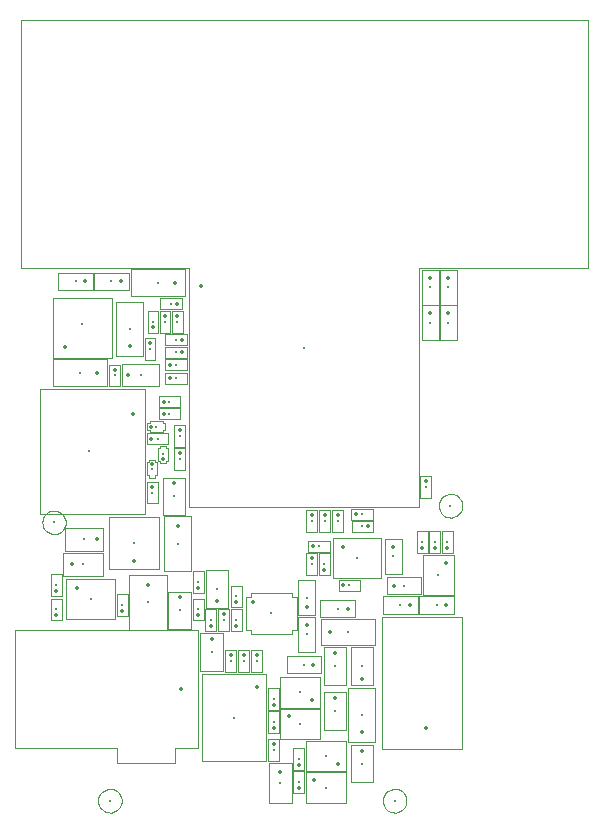
<source format=gbr>
%TF.GenerationSoftware,KiCad,Pcbnew,9.0.5-9.0.5~ubuntu24.04.1*%
%TF.CreationDate,2025-10-22T20:59:43+02:00*%
%TF.ProjectId,MCM-LIN,4d434d2d-4c49-44e2-9e6b-696361645f70,rev?*%
%TF.SameCoordinates,Original*%
%TF.FileFunction,Component,L1,Top*%
%TF.FilePolarity,Positive*%
%FSLAX46Y46*%
G04 Gerber Fmt 4.6, Leading zero omitted, Abs format (unit mm)*
G04 Created by KiCad (PCBNEW 9.0.5-9.0.5~ubuntu24.04.1) date 2025-10-22 20:59:43*
%MOMM*%
%LPD*%
G01*
G04 APERTURE LIST*
%TA.AperFunction,ComponentMain*%
%ADD10C,0.300000*%
%TD*%
%TA.AperFunction,ComponentOutline,Courtyard*%
%ADD11C,0.100000*%
%TD*%
%TA.AperFunction,ComponentPin*%
%ADD12P,0.360000X4X0.000000*%
%TD*%
%TA.AperFunction,ComponentPin*%
%ADD13C,0.100000*%
%TD*%
%TA.AperFunction,ComponentOutline,Footprint*%
%ADD14C,0.100000*%
%TD*%
G04 APERTURE END LIST*
D10*
%TO.C,D4*%
%TO.CFtp,D_SOD-323*%
%TO.CVal,MM3Z3V0ST1G*%
%TO.CLbN,Diode_SMD*%
%TO.CMnt,SMD*%
%TO.CRot,90*%
X74500000Y-72325000D03*
D11*
X75445000Y-70730000D02*
X75445000Y-73920000D01*
X73555000Y-73920000D01*
X73555000Y-70730000D01*
X75445000Y-70730000D01*
D12*
%TO.P,D4,1,K*%
X74500000Y-73375000D03*
D13*
%TO.P,D4,2,A*%
X74500000Y-71275000D03*
%TD*%
D10*
%TO.C,C25*%
%TO.CFtp,C_0603_1608Metric*%
%TO.CVal,100nF*%
%TO.CLbN,Capacitor_SMD*%
%TO.CMnt,SMD*%
%TO.CRot,180*%
X81875000Y-78750000D03*
D11*
X83350000Y-78025000D02*
X83350000Y-79475000D01*
X80400000Y-79475000D01*
X80400000Y-78025000D01*
X83350000Y-78025000D01*
D12*
%TO.P,C25,1*%
X82650000Y-78750000D03*
D13*
%TO.P,C25,2*%
X81100000Y-78750000D03*
%TD*%
D10*
%TO.C,R4*%
%TO.CFtp,R_0402_1005Metric*%
%TO.CVal,54k9*%
%TO.CLbN,Resistor_SMD*%
%TO.CMnt,SMD*%
%TO.CRot,90*%
X60921200Y-71973200D03*
D11*
X61386200Y-71048200D02*
X61386200Y-72898200D01*
X60456200Y-72898200D01*
X60456200Y-71048200D01*
X61386200Y-71048200D01*
D12*
%TO.P,R4,1*%
X60921200Y-72483200D03*
D13*
%TO.P,R4,2*%
X60921200Y-71463200D03*
%TD*%
D10*
%TO.C,J1*%
%TO.CFtp,USB_C_Receptacle_GCT_USB4105-xx-A_16P_TopMnt_Horizontal*%
%TO.CVal,USB4105-GF-A*%
%TO.CLbN,Connector_USB*%
%TO.CMnt,SMD*%
%TO.CRot,-90*%
X63700000Y-60700000D03*
D11*
X68455000Y-55385000D02*
X68455000Y-66015000D01*
X59525000Y-66015000D01*
X59525000Y-55385000D01*
X68455000Y-55385000D01*
D12*
%TO.P,J1,A1,GND*%
X67380000Y-57500000D03*
D13*
%TO.P,J1,*%
X66305000Y-57810000D03*
X66305000Y-63590000D03*
%TO.P,J1,A4,VBUS*%
X67380000Y-58300000D03*
%TO.P,J1,A5,CC1*%
X67380000Y-59450000D03*
%TO.P,J1,A6,D+*%
X67380000Y-60450000D03*
%TO.P,J1,A7,D-*%
X67380000Y-60950000D03*
%TO.P,J1,A8,SBU1*%
X67380000Y-61950000D03*
%TO.P,J1,A9,VBUS*%
X67380000Y-63100000D03*
%TO.P,J1,A12,GND*%
X67380000Y-63900000D03*
%TO.P,J1,B1,GND*%
X67380000Y-63900000D03*
%TO.P,J1,B4,VBUS*%
X67380000Y-63100000D03*
%TO.P,J1,B5,CC2*%
X67380000Y-62450000D03*
%TO.P,J1,B6,D+*%
X67380000Y-61450000D03*
%TO.P,J1,B7,D-*%
X67380000Y-59950000D03*
%TO.P,J1,B8,SBU2*%
X67380000Y-58950000D03*
%TO.P,J1,B9,VBUS*%
X67380000Y-58300000D03*
%TO.P,J1,B12,GND*%
X67380000Y-57500000D03*
%TO.P,J1,S1,SHIELD*%
X66805000Y-56380000D03*
X62625000Y-56380000D03*
X66805000Y-65020000D03*
X62625000Y-65020000D03*
%TD*%
D10*
%TO.C,R35*%
%TO.CFtp,R_0402_1005Metric*%
%TO.CVal,1k*%
%TO.CLbN,Resistor_SMD*%
%TO.CMnt,SMD*%
%TO.CRot,180*%
X86825000Y-67050000D03*
D11*
X87750000Y-66585000D02*
X87750000Y-67515000D01*
X85900000Y-67515000D01*
X85900000Y-66585000D01*
X87750000Y-66585000D01*
D12*
%TO.P,R35,1*%
X87335000Y-67050000D03*
D13*
%TO.P,R35,2*%
X86315000Y-67050000D03*
%TD*%
D10*
%TO.C,R41*%
%TO.CFtp,R_0402_1005Metric*%
%TO.CVal,5k1*%
%TO.CLbN,Resistor_SMD*%
%TO.CMnt,SMD*%
%TO.CRot,0*%
X69475000Y-59625000D03*
D11*
X70400000Y-59160000D02*
X70400000Y-60090000D01*
X68550000Y-60090000D01*
X68550000Y-59160000D01*
X70400000Y-59160000D01*
D12*
%TO.P,R41,1*%
X68965000Y-59625000D03*
D13*
%TO.P,R41,2*%
X69985000Y-59625000D03*
%TD*%
D10*
%TO.C,D10*%
%TO.CFtp,LED_0603_1608Metric*%
%TO.CVal,150060RS55040*%
%TO.CLbN,LED_SMD*%
%TO.CMnt,SMD*%
%TO.CRot,-90*%
X92573600Y-46800000D03*
D11*
X93298600Y-45325000D02*
X93298600Y-48275000D01*
X91848600Y-48275000D01*
X91848600Y-45325000D01*
X93298600Y-45325000D01*
D12*
%TO.P,D10,1,K*%
X92573600Y-46012500D03*
D13*
%TO.P,D10,2,A*%
X92573600Y-47587500D03*
%TD*%
D10*
%TO.C,D1*%
%TO.CFtp,LED_0603_1608Metric*%
%TO.CVal,150060RS55040*%
%TO.CLbN,LED_SMD*%
%TO.CMnt,SMD*%
%TO.CRot,180*%
X65573400Y-46293000D03*
D11*
X67048400Y-45568000D02*
X67048400Y-47018000D01*
X64098400Y-47018000D01*
X64098400Y-45568000D01*
X67048400Y-45568000D01*
D12*
%TO.P,D1,1,K*%
X66360900Y-46293000D03*
D13*
%TO.P,D1,2,A*%
X64785900Y-46293000D03*
%TD*%
D10*
%TO.C,D8*%
%TO.CFtp,D_SOD-323F*%
%TO.CVal,PMEG6010CEJF*%
%TO.CLbN,Diode_SMD*%
%TO.CMnt,SMD*%
%TO.CRot,0*%
X68037200Y-54243200D03*
D11*
X69632200Y-53298200D02*
X69632200Y-55188200D01*
X66442200Y-55188200D01*
X66442200Y-53298200D01*
X69632200Y-53298200D01*
D12*
%TO.P,D8,1,K*%
X66937200Y-54243200D03*
D13*
%TO.P,D8,2,A*%
X69137200Y-54243200D03*
%TD*%
D10*
%TO.C,R24*%
%TO.CFtp,R_0402_1005Metric*%
%TO.CVal,9k09*%
%TO.CLbN,Resistor_SMD*%
%TO.CMnt,SMD*%
%TO.CRot,90*%
X72925000Y-74075000D03*
D11*
X73390000Y-73150000D02*
X73390000Y-75000000D01*
X72460000Y-75000000D01*
X72460000Y-73150000D01*
X73390000Y-73150000D01*
D12*
%TO.P,R24,1*%
X72925000Y-74585000D03*
D13*
%TO.P,R24,2*%
X72925000Y-73565000D03*
%TD*%
D10*
%TO.C,R27*%
%TO.CFtp,R_0402_1005Metric*%
%TO.CVal,110k*%
%TO.CLbN,Resistor_SMD*%
%TO.CMnt,SMD*%
%TO.CRot,-90*%
X71364600Y-61329800D03*
D11*
X71829600Y-60404800D02*
X71829600Y-62254800D01*
X70899600Y-62254800D01*
X70899600Y-60404800D01*
X71829600Y-60404800D01*
D12*
%TO.P,R27,1*%
X71364600Y-60819800D03*
D13*
%TO.P,R27,2*%
X71364600Y-61839800D03*
%TD*%
D10*
%TO.C,D15*%
%TO.CFtp,D_SOD-323F*%
%TO.CVal,BAT54J\u002C115*%
%TO.CLbN,Diode_SMD*%
%TO.CMnt,SMD*%
%TO.CRot,-90*%
X84500000Y-78875000D03*
D11*
X85445000Y-77280000D02*
X85445000Y-80470000D01*
X83555000Y-80470000D01*
X83555000Y-77280000D01*
X85445000Y-77280000D01*
D12*
%TO.P,D15,1,K*%
X84500000Y-77775000D03*
D13*
%TO.P,D15,2,A*%
X84500000Y-79975000D03*
%TD*%
D10*
%TO.C,C26*%
%TO.CFtp,C_1206_3216Metric*%
%TO.CVal,10uF*%
%TO.CLbN,Capacitor_SMD*%
%TO.CMnt,SMD*%
%TO.CRot,90*%
X86775000Y-83000000D03*
D11*
X87920000Y-80705000D02*
X87920000Y-85295000D01*
X85630000Y-85295000D01*
X85630000Y-80705000D01*
X87920000Y-80705000D01*
D12*
%TO.P,C26,1*%
X86775000Y-84475000D03*
D13*
%TO.P,C26,2*%
X86775000Y-81525000D03*
%TD*%
D10*
%TO.C,J4*%
%TO.CFtp,J_Wurth_WR-WTB_61900411121*%
%TO.CVal,61900411121*%
%TO.CLbN,Connector_THT_Wurth*%
%TO.CMnt,TH*%
%TO.CRot,90*%
X92200000Y-84115000D03*
D11*
X95295000Y-74710000D02*
X95295000Y-85900000D01*
X88505000Y-85900000D01*
X88505000Y-74710000D01*
X95295000Y-74710000D01*
D12*
%TO.P,J4,1,Pin_1*%
X92200000Y-84115000D03*
D13*
%TO.P,J4,2,Pin_2*%
X92200000Y-81575000D03*
%TO.P,J4,3,Pin_3*%
X92200000Y-79035000D03*
%TO.P,J4,4,Pin_4*%
X92200000Y-76495000D03*
%TD*%
D10*
%TO.C,D9*%
%TO.CFtp,D_SOD-323F*%
%TO.CVal,PMEG6010CEJF*%
%TO.CLbN,Diode_SMD*%
%TO.CMnt,SMD*%
%TO.CRot,-90*%
X71350000Y-74150000D03*
D11*
X72295000Y-72555000D02*
X72295000Y-75745000D01*
X70405000Y-75745000D01*
X70405000Y-72555000D01*
X72295000Y-72555000D01*
D12*
%TO.P,D9,1,K*%
X71350000Y-73050000D03*
D13*
%TO.P,D9,2,A*%
X71350000Y-75250000D03*
%TD*%
D10*
%TO.C,R28*%
%TO.CFtp,R_0402_1005Metric*%
%TO.CVal,3k3*%
%TO.CLbN,Resistor_SMD*%
%TO.CMnt,SMD*%
%TO.CRot,90*%
X79325000Y-83625000D03*
D11*
X79790000Y-82700000D02*
X79790000Y-84550000D01*
X78860000Y-84550000D01*
X78860000Y-82700000D01*
X79790000Y-82700000D01*
D12*
%TO.P,R28,1*%
X79325000Y-84135000D03*
D13*
%TO.P,R28,2*%
X79325000Y-83115000D03*
%TD*%
D10*
%TO.C,D11*%
%TO.CFtp,D_SOD-923*%
%TO.CVal,ESD9B5.0ST5G*%
%TO.CLbN,Diode_SMD*%
%TO.CMnt,SMD*%
%TO.CRot,-90*%
X69025000Y-62175000D03*
D11*
X69300000Y-61430000D02*
X69300000Y-61630000D01*
X69470000Y-61630000D01*
X69470000Y-62720000D01*
X69300000Y-62720000D01*
X69300000Y-62920000D01*
X68750000Y-62920000D01*
X68750000Y-62720000D01*
X68580000Y-62720000D01*
X68580000Y-61630000D01*
X68750000Y-61630000D01*
X68750000Y-61430000D01*
X69300000Y-61430000D01*
D12*
%TO.P,D11,1,A1*%
X69025000Y-61755000D03*
D13*
%TO.P,D11,2,A2*%
X69025000Y-62595000D03*
%TD*%
D10*
%TO.C,C4*%
%TO.CFtp,C_0402_1005Metric*%
%TO.CVal,470pF*%
%TO.CLbN,Capacitor_SMD*%
%TO.CMnt,SMD*%
%TO.CRot,0*%
X70475600Y-56475000D03*
D11*
X71380600Y-56020000D02*
X71380600Y-56930000D01*
X69570600Y-56930000D01*
X69570600Y-56020000D01*
X71380600Y-56020000D01*
D12*
%TO.P,C4,1*%
X69995600Y-56475000D03*
D13*
%TO.P,C4,2*%
X70955600Y-56475000D03*
%TD*%
D10*
%TO.C,D14*%
%TO.CFtp,D_SOD-323*%
%TO.CVal,PESD1LIN*%
%TO.CLbN,Diode_SMD*%
%TO.CMnt,SMD*%
%TO.CRot,90*%
X86775000Y-78875000D03*
D11*
X87720000Y-77280000D02*
X87720000Y-80470000D01*
X85830000Y-80470000D01*
X85830000Y-77280000D01*
X87720000Y-77280000D01*
D12*
%TO.P,D14,1,A1*%
X86775000Y-79925000D03*
D13*
%TO.P,D14,2,A2*%
X86775000Y-77825000D03*
%TD*%
D10*
%TO.C,C18*%
%TO.CFtp,C_0805_2012Metric*%
%TO.CVal,10nF*%
%TO.CLbN,Capacitor_SMD*%
%TO.CMnt,SMD*%
%TO.CRot,-90*%
X79875000Y-88750000D03*
D11*
X80850000Y-87055000D02*
X80850000Y-90445000D01*
X78900000Y-90445000D01*
X78900000Y-87055000D01*
X80850000Y-87055000D01*
D12*
%TO.P,C18,1*%
X79875000Y-87800000D03*
D13*
%TO.P,C18,2*%
X79875000Y-89700000D03*
%TD*%
D10*
%TO.C,R29*%
%TO.CFtp,R_0402_1005Metric*%
%TO.CVal,4k7*%
%TO.CLbN,Resistor_SMD*%
%TO.CMnt,SMD*%
%TO.CRot,0*%
X71050000Y-54500000D03*
D11*
X71975000Y-54035000D02*
X71975000Y-54965000D01*
X70125000Y-54965000D01*
X70125000Y-54035000D01*
X71975000Y-54035000D01*
D12*
%TO.P,R29,1*%
X70540000Y-54500000D03*
D13*
%TO.P,R29,2*%
X71560000Y-54500000D03*
%TD*%
D10*
%TO.C,R20*%
%TO.CFtp,R_0402_1005Metric*%
%TO.CVal,0R*%
%TO.CLbN,Resistor_SMD*%
%TO.CMnt,SMD*%
%TO.CRot,90*%
X91900000Y-68375000D03*
D11*
X92365000Y-67450000D02*
X92365000Y-69300000D01*
X91435000Y-69300000D01*
X91435000Y-67450000D01*
X92365000Y-67450000D01*
D12*
%TO.P,R20,1*%
X91900000Y-68885000D03*
D13*
%TO.P,R20,2*%
X91900000Y-67865000D03*
%TD*%
D10*
%TO.C,R13*%
%TO.CFtp,R_0402_1005Metric*%
%TO.CVal,/*%
%TO.CLbN,Resistor_SMD*%
%TO.CMnt,SMD*%
%TO.CRot,-90*%
X92167200Y-63692000D03*
D11*
X92632200Y-62767000D02*
X92632200Y-64617000D01*
X91702200Y-64617000D01*
X91702200Y-62767000D01*
X92632200Y-62767000D01*
D12*
%TO.P,R13,1*%
X92167200Y-63182000D03*
D13*
%TO.P,R13,2*%
X92167200Y-64202000D03*
%TD*%
D10*
%TO.C,C17*%
%TO.CFtp,C_0402_1005Metric*%
%TO.CVal,1uF*%
%TO.CLbN,Capacitor_SMD*%
%TO.CMnt,SMD*%
%TO.CRot,90*%
X69104000Y-49722000D03*
D11*
X69559000Y-48817000D02*
X69559000Y-50627000D01*
X68649000Y-50627000D01*
X68649000Y-48817000D01*
X69559000Y-48817000D01*
D12*
%TO.P,C17,1*%
X69104000Y-50202000D03*
D13*
%TO.P,C17,2*%
X69104000Y-49242000D03*
%TD*%
D10*
%TO.C,R15*%
%TO.CFtp,R_0402_1005Metric*%
%TO.CVal,1k*%
%TO.CLbN,Resistor_SMD*%
%TO.CMnt,SMD*%
%TO.CRot,0*%
X85725000Y-72025000D03*
D11*
X86650000Y-71560000D02*
X86650000Y-72490000D01*
X84800000Y-72490000D01*
X84800000Y-71560000D01*
X86650000Y-71560000D01*
D12*
%TO.P,R15,1*%
X85215000Y-72025000D03*
D13*
%TO.P,R15,2*%
X86235000Y-72025000D03*
%TD*%
D10*
%TO.C,R25*%
%TO.CFtp,R_0402_1005Metric*%
%TO.CVal,1k*%
%TO.CLbN,Resistor_SMD*%
%TO.CMnt,SMD*%
%TO.CRot,90*%
X72925000Y-71750000D03*
D11*
X73390000Y-70825000D02*
X73390000Y-72675000D01*
X72460000Y-72675000D01*
X72460000Y-70825000D01*
X73390000Y-70825000D01*
D12*
%TO.P,R25,1*%
X72925000Y-72260000D03*
D13*
%TO.P,R25,2*%
X72925000Y-71240000D03*
%TD*%
D10*
%TO.C,FID1*%
%TO.CFtp,Fiducial_0.75mm_Mask1.5mm*%
%TO.CVal,Fiducial*%
%TO.CLbN,Fiducial*%
%TO.CMnt,SMD*%
%TO.CRot,0*%
X60725000Y-66700000D03*
D11*
X60975035Y-65734291D02*
X61164318Y-65804393D01*
X61335606Y-65911158D01*
X61481902Y-66050222D01*
X61597205Y-66215884D01*
X61676804Y-66401369D01*
X61717448Y-66599145D01*
X61719998Y-66700000D01*
X61717448Y-66800854D01*
X61676804Y-66998630D01*
X61597205Y-67184115D01*
X61481902Y-67349777D01*
X61335606Y-67488841D01*
X61164318Y-67595606D01*
X60975035Y-67665708D01*
X60775529Y-67696272D01*
X60573938Y-67686048D01*
X60378546Y-67635458D01*
X60197332Y-67546567D01*
X60037719Y-67423018D01*
X59906245Y-67269870D01*
X59808291Y-67093390D01*
X59747866Y-66900803D01*
X59727447Y-66700000D01*
X59747866Y-66499196D01*
X59808291Y-66306609D01*
X59906245Y-66130129D01*
X60037719Y-65976981D01*
X60197332Y-65853432D01*
X60378546Y-65764541D01*
X60573938Y-65713951D01*
X60775529Y-65703727D01*
X60975035Y-65734291D01*
D13*
%TO.P,FID1,*%
X60725000Y-66700000D03*
%TD*%
D10*
%TO.C,D17*%
%TO.CFtp,D_SOD-323F*%
%TO.CVal,BAT54J\u002C115*%
%TO.CLbN,Diode_SMD*%
%TO.CMnt,SMD*%
%TO.CRot,-90*%
X84500000Y-82675000D03*
D11*
X85445000Y-81080000D02*
X85445000Y-84270000D01*
X83555000Y-84270000D01*
X83555000Y-81080000D01*
X85445000Y-81080000D01*
D12*
%TO.P,D17,1,K*%
X84500000Y-81575000D03*
D13*
%TO.P,D17,2,A*%
X84500000Y-83775000D03*
%TD*%
D10*
%TO.C,C13*%
%TO.CFtp,C_0402_1005Metric*%
%TO.CVal,100nF*%
%TO.CLbN,Capacitor_SMD*%
%TO.CMnt,SMD*%
%TO.CRot,180*%
X70628000Y-48190000D03*
D11*
X71533000Y-47735000D02*
X71533000Y-48645000D01*
X69723000Y-48645000D01*
X69723000Y-47735000D01*
X71533000Y-47735000D01*
D12*
%TO.P,C13,1*%
X71108000Y-48190000D03*
D13*
%TO.P,C13,2*%
X70148000Y-48190000D03*
%TD*%
D10*
%TO.C,U1*%
%TO.CFtp,SOT-89-3*%
%TO.CVal,AZ1117CR-3.3TRG1*%
%TO.CLbN,Package_TO_SOT_SMD*%
%TO.CMnt,SMD*%
%TO.CRot,90*%
X63109600Y-49925200D03*
D11*
X65604600Y-47680200D02*
X65604600Y-52770200D01*
X60614600Y-52770200D01*
X60614600Y-47680200D01*
X65604600Y-47680200D01*
D12*
%TO.P,U1,1,GND*%
X61609600Y-51875200D03*
D13*
%TO.P,U1,2,VO*%
X63109600Y-51787700D03*
%TO.P,U1,3,VI*%
X64609600Y-51875200D03*
%TD*%
D10*
%TO.C,R22*%
%TO.CFtp,R_0402_1005Metric*%
%TO.CVal,9k09*%
%TO.CLbN,Resistor_SMD*%
%TO.CMnt,SMD*%
%TO.CRot,90*%
X76150000Y-74975000D03*
D11*
X76615000Y-74050000D02*
X76615000Y-75900000D01*
X75685000Y-75900000D01*
X75685000Y-74050000D01*
X76615000Y-74050000D01*
D12*
%TO.P,R22,1*%
X76150000Y-75485000D03*
D13*
%TO.P,R22,2*%
X76150000Y-74465000D03*
%TD*%
D10*
%TO.C,R1*%
%TO.CFtp,R_0603_1608Metric*%
%TO.CVal,2k*%
%TO.CLbN,Resistor_SMD*%
%TO.CMnt,SMD*%
%TO.CRot,180*%
X62550800Y-46300000D03*
D11*
X64025800Y-45575000D02*
X64025800Y-47025000D01*
X61075800Y-47025000D01*
X61075800Y-45575000D01*
X64025800Y-45575000D01*
D12*
%TO.P,R1,1*%
X63375800Y-46300000D03*
D13*
%TO.P,R1,2*%
X61725800Y-46300000D03*
%TD*%
D10*
%TO.C,FID2*%
%TO.CFtp,Fiducial_0.75mm_Mask1.5mm*%
%TO.CVal,Fiducial*%
%TO.CLbN,Fiducial*%
%TO.CMnt,SMD*%
%TO.CRot,0*%
X89550000Y-90275000D03*
D11*
X89800035Y-89309291D02*
X89989318Y-89379393D01*
X90160606Y-89486158D01*
X90306902Y-89625222D01*
X90422205Y-89790884D01*
X90501804Y-89976369D01*
X90542448Y-90174145D01*
X90544998Y-90275000D01*
X90542448Y-90375854D01*
X90501804Y-90573630D01*
X90422205Y-90759115D01*
X90306902Y-90924777D01*
X90160606Y-91063841D01*
X89989318Y-91170606D01*
X89800035Y-91240708D01*
X89600529Y-91271272D01*
X89398938Y-91261048D01*
X89203546Y-91210458D01*
X89022332Y-91121567D01*
X88862719Y-90998018D01*
X88731245Y-90844870D01*
X88633291Y-90668390D01*
X88572866Y-90475803D01*
X88552447Y-90275000D01*
X88572866Y-90074196D01*
X88633291Y-89881609D01*
X88731245Y-89705129D01*
X88862719Y-89551981D01*
X89022332Y-89428432D01*
X89203546Y-89339541D01*
X89398938Y-89288951D01*
X89600529Y-89278727D01*
X89800035Y-89309291D01*
D13*
%TO.P,FID2,*%
X89550000Y-90275000D03*
%TD*%
D10*
%TO.C,U5*%
%TO.CFtp,ESP32-S3-WROOM-2*%
%TO.CVal,ESP32-S3-WROOM-1-N16R8*%
%TO.CLbN,Melexis*%
%TO.CMnt,SMD*%
%TO.CRot,0*%
X81900000Y-51918000D03*
D11*
X105895000Y-24173000D02*
X105895000Y-45163000D01*
X91645000Y-45163000D01*
X91645000Y-65363000D01*
X72155000Y-65363000D01*
X72155000Y-45163000D01*
X57905000Y-45163000D01*
X57905000Y-24173000D01*
X105895000Y-24173000D01*
D12*
%TO.P,U5,1,GND*%
X73150000Y-46658000D03*
D13*
%TO.P,U5,2,3V3*%
X73150000Y-47928000D03*
%TO.P,U5,3,EN*%
X73150000Y-49198000D03*
%TO.P,U5,4,IO4*%
X73150000Y-50468000D03*
%TO.P,U5,5,IO5*%
X73150000Y-51738000D03*
%TO.P,U5,6,IO6*%
X73150000Y-53008000D03*
%TO.P,U5,7,IO7*%
X73150000Y-54278000D03*
%TO.P,U5,8,IO15*%
X73150000Y-55548000D03*
%TO.P,U5,9,IO16*%
X73150000Y-56818000D03*
%TO.P,U5,10,IO17*%
X73150000Y-58088000D03*
%TO.P,U5,11,IO18*%
X73150000Y-59358000D03*
%TO.P,U5,12,IO8*%
X73150000Y-60628000D03*
%TO.P,U5,13,IO19*%
X73150000Y-61898000D03*
%TO.P,U5,14,IO20*%
X73150000Y-63168000D03*
%TO.P,U5,15,IO3*%
X74915000Y-64418000D03*
%TO.P,U5,16,IO46*%
X76185000Y-64418000D03*
%TO.P,U5,17,IO9*%
X77455000Y-64418000D03*
%TO.P,U5,18,IO10*%
X78725000Y-64418000D03*
%TO.P,U5,19,IO11*%
X79995000Y-64418000D03*
%TO.P,U5,20,IO12*%
X81265000Y-64418000D03*
%TO.P,U5,21,IO13*%
X82535000Y-64418000D03*
%TO.P,U5,22,IO14*%
X83805000Y-64418000D03*
%TO.P,U5,23,IO21*%
X85075000Y-64418000D03*
%TO.P,U5,24,IO47*%
X86345000Y-64418000D03*
%TO.P,U5,25,IO48*%
X87615000Y-64418000D03*
%TO.P,U5,26,IO45*%
X88885000Y-64418000D03*
%TO.P,U5,27,IO0*%
X90650000Y-63168000D03*
%TO.P,U5,28,NC*%
X90650000Y-61898000D03*
%TO.P,U5,29,NC*%
X90650000Y-60628000D03*
%TO.P,U5,30,NC*%
X90650000Y-59358000D03*
%TO.P,U5,31,IO38*%
X90650000Y-58088000D03*
%TO.P,U5,32,IO39*%
X90650000Y-56818000D03*
%TO.P,U5,33,IO40*%
X90650000Y-55548000D03*
%TO.P,U5,34,IO41*%
X90650000Y-54278000D03*
%TO.P,U5,35,IO42*%
X90650000Y-53008000D03*
%TO.P,U5,36,RXD0*%
X90650000Y-51738000D03*
%TO.P,U5,37,TXD0*%
X90650000Y-50468000D03*
%TO.P,U5,38,IO2*%
X90650000Y-49198000D03*
%TO.P,U5,39,IO1*%
X90650000Y-47928000D03*
%TO.P,U5,40,GND*%
X90650000Y-46658000D03*
%TO.P,U5,41,EPAD*%
X79040000Y-51258000D03*
X79040000Y-52758000D03*
X79790000Y-50508000D03*
X79790000Y-52008000D03*
X79790000Y-53508000D03*
X80540000Y-51258000D03*
X80540000Y-52008000D03*
X80540000Y-52758000D03*
X81290000Y-50508000D03*
X81290000Y-52008000D03*
X81290000Y-53508000D03*
X82040000Y-51258000D03*
X82040000Y-52758000D03*
%TD*%
D10*
%TO.C,R11*%
%TO.CFtp,R_0402_1005Metric*%
%TO.CVal,10k*%
%TO.CLbN,Resistor_SMD*%
%TO.CMnt,SMD*%
%TO.CRot,-90*%
X71136000Y-49722000D03*
D11*
X71601000Y-48797000D02*
X71601000Y-50647000D01*
X70671000Y-50647000D01*
X70671000Y-48797000D01*
X71601000Y-48797000D01*
D12*
%TO.P,R11,1*%
X71136000Y-49212000D03*
D13*
%TO.P,R11,2*%
X71136000Y-50232000D03*
%TD*%
D10*
%TO.C,D5*%
%TO.CFtp,D_SOD-323F*%
%TO.CVal,BAT54J\u002C115*%
%TO.CLbN,Diode_SMD*%
%TO.CMnt,SMD*%
%TO.CRot,-90*%
X74051800Y-77687975D03*
D11*
X74996800Y-76092975D02*
X74996800Y-79282975D01*
X73106800Y-79282975D01*
X73106800Y-76092975D01*
X74996800Y-76092975D01*
D12*
%TO.P,D5,1,K*%
X74051800Y-76587975D03*
D13*
%TO.P,D5,2,A*%
X74051800Y-78787975D03*
%TD*%
D10*
%TO.C,R38*%
%TO.CFtp,R_0603_1608Metric*%
%TO.CVal,10R*%
%TO.CLbN,Resistor_SMD*%
%TO.CMnt,SMD*%
%TO.CRot,180*%
X84750000Y-74025000D03*
D11*
X86225000Y-73300000D02*
X86225000Y-74750000D01*
X83275000Y-74750000D01*
X83275000Y-73300000D01*
X86225000Y-73300000D01*
D12*
%TO.P,R38,1*%
X85575000Y-74025000D03*
D13*
%TO.P,R38,2*%
X83925000Y-74025000D03*
%TD*%
D10*
%TO.C,R31*%
%TO.CFtp,R_0402_1005Metric*%
%TO.CVal,6k8*%
%TO.CLbN,Resistor_SMD*%
%TO.CMnt,SMD*%
%TO.CRot,-90*%
X82525000Y-70250000D03*
D11*
X82990000Y-69325000D02*
X82990000Y-71175000D01*
X82060000Y-71175000D01*
X82060000Y-69325000D01*
X82990000Y-69325000D01*
D12*
%TO.P,R31,1*%
X82525000Y-69740000D03*
D13*
%TO.P,R31,2*%
X82525000Y-70760000D03*
%TD*%
D10*
%TO.C,D12*%
%TO.CFtp,D_SOD-923*%
%TO.CVal,ESD9B5.0ST5G*%
%TO.CLbN,Diode_SMD*%
%TO.CMnt,SMD*%
%TO.CRot,90*%
X69950000Y-60950000D03*
D11*
X70225000Y-60205000D02*
X70225000Y-60405000D01*
X70395000Y-60405000D01*
X70395000Y-61495000D01*
X70225000Y-61495000D01*
X70225000Y-61695000D01*
X69675000Y-61695000D01*
X69675000Y-61495000D01*
X69505000Y-61495000D01*
X69505000Y-60405000D01*
X69675000Y-60405000D01*
X69675000Y-60205000D01*
X70225000Y-60205000D01*
D12*
%TO.P,D12,1,A1*%
X69950000Y-61370000D03*
D13*
%TO.P,D12,2,A2*%
X69950000Y-60530000D03*
%TD*%
D10*
%TO.C,C15*%
%TO.CFtp,C_1206_3216Metric*%
%TO.CVal,10uF*%
%TO.CLbN,Capacitor_SMD*%
%TO.CMnt,SMD*%
%TO.CRot,180*%
X69510400Y-46420000D03*
D11*
X71805400Y-45275000D02*
X71805400Y-47565000D01*
X67215400Y-47565000D01*
X67215400Y-45275000D01*
X71805400Y-45275000D01*
D12*
%TO.P,C15,1*%
X70985400Y-46420000D03*
D13*
%TO.P,C15,2*%
X68035400Y-46420000D03*
%TD*%
D10*
%TO.C,U7*%
%TO.CFtp,DFN-8-1EP_3x3mm_P0.65mm_EP1.55x2.4mm*%
%TO.CVal,TJA1021TK/20*%
%TO.CLbN,Package_DFN_QFN*%
%TO.CMnt,SMD*%
%TO.CRot,0*%
X79118750Y-74400000D03*
D11*
X80863750Y-72655000D02*
X80863750Y-73005000D01*
X81243750Y-73005000D01*
X81243750Y-75795000D01*
X80863750Y-75795000D01*
X80863750Y-76145000D01*
X77373750Y-76145000D01*
X77373750Y-75795000D01*
X76993750Y-75795000D01*
X76993750Y-73005000D01*
X77373750Y-73005000D01*
X77373750Y-72655000D01*
X80863750Y-72655000D01*
D12*
%TO.P,U7,1,RXD*%
X77568750Y-73425000D03*
D13*
%TO.P,U7,2,~{SLP}*%
X77568750Y-74075000D03*
%TO.P,U7,3,~{WAKE}*%
X77568750Y-74725000D03*
%TO.P,U7,4,TXD*%
X77568750Y-75375000D03*
%TO.P,U7,5,GND*%
X80668750Y-75375000D03*
%TO.P,U7,6,LIN*%
X80668750Y-74725000D03*
%TO.P,U7,7,VBAT*%
X80668750Y-74075000D03*
%TO.P,U7,8,INH*%
X80668750Y-73425000D03*
%TO.P,U7,9,GND*%
X79118750Y-74400000D03*
%TD*%
D10*
%TO.C,R17*%
%TO.CFtp,R_0603_1608Metric*%
%TO.CVal,2k*%
%TO.CLbN,Resistor_SMD*%
%TO.CMnt,SMD*%
%TO.CRot,-90*%
X94100000Y-49785000D03*
D11*
X94825000Y-48310000D02*
X94825000Y-51260000D01*
X93375000Y-51260000D01*
X93375000Y-48310000D01*
X94825000Y-48310000D01*
D12*
%TO.P,R17,1*%
X94100000Y-48960000D03*
D13*
%TO.P,R17,2*%
X94100000Y-50610000D03*
%TD*%
D10*
%TO.C,R10*%
%TO.CFtp,R_0402_1005Metric*%
%TO.CVal,430R*%
%TO.CLbN,Resistor_SMD*%
%TO.CMnt,SMD*%
%TO.CRot,-90*%
X75075000Y-74975000D03*
D11*
X75540000Y-74050000D02*
X75540000Y-75900000D01*
X74610000Y-75900000D01*
X74610000Y-74050000D01*
X75540000Y-74050000D01*
D12*
%TO.P,R10,1*%
X75075000Y-74465000D03*
D13*
%TO.P,R10,2*%
X75075000Y-75485000D03*
%TD*%
D10*
%TO.C,R33*%
%TO.CFtp,R_0402_1005Metric*%
%TO.CVal,/*%
%TO.CLbN,Resistor_SMD*%
%TO.CMnt,SMD*%
%TO.CRot,-90*%
X83650000Y-66550000D03*
D11*
X84115000Y-65625000D02*
X84115000Y-67475000D01*
X83185000Y-67475000D01*
X83185000Y-65625000D01*
X84115000Y-65625000D01*
D12*
%TO.P,R33,1*%
X83650000Y-66040000D03*
D13*
%TO.P,R33,2*%
X83650000Y-67060000D03*
%TD*%
D10*
%TO.C,R21*%
%TO.CFtp,R_0402_1005Metric*%
%TO.CVal,/*%
%TO.CLbN,Resistor_SMD*%
%TO.CMnt,SMD*%
%TO.CRot,-90*%
X79325000Y-86000000D03*
D11*
X79790000Y-85075000D02*
X79790000Y-86925000D01*
X78860000Y-86925000D01*
X78860000Y-85075000D01*
X79790000Y-85075000D01*
D12*
%TO.P,R21,1*%
X79325000Y-85490000D03*
D13*
%TO.P,R21,2*%
X79325000Y-86510000D03*
%TD*%
D10*
%TO.C,C22*%
%TO.CFtp,C_0603_1608Metric*%
%TO.CVal,100nF*%
%TO.CLbN,Capacitor_SMD*%
%TO.CMnt,SMD*%
%TO.CRot,-90*%
X89425000Y-69575000D03*
D11*
X90150000Y-68100000D02*
X90150000Y-71050000D01*
X88700000Y-71050000D01*
X88700000Y-68100000D01*
X90150000Y-68100000D01*
D12*
%TO.P,C22,1*%
X89425000Y-68800000D03*
D13*
%TO.P,C22,2*%
X89425000Y-70350000D03*
%TD*%
D10*
%TO.C,D3*%
%TO.CFtp,D_SOD-323F*%
%TO.CVal,PMEG6010CEJF*%
%TO.CLbN,Diode_SMD*%
%TO.CMnt,SMD*%
%TO.CRot,-90*%
X70875000Y-64500000D03*
D11*
X71820000Y-62905000D02*
X71820000Y-66095000D01*
X69930000Y-66095000D01*
X69930000Y-62905000D01*
X71820000Y-62905000D01*
D12*
%TO.P,D3,1,K*%
X70875000Y-63400000D03*
D13*
%TO.P,D3,2,A*%
X70875000Y-65600000D03*
%TD*%
D10*
%TO.C,R32*%
%TO.CFtp,R_0402_1005Metric*%
%TO.CVal,/*%
%TO.CLbN,Resistor_SMD*%
%TO.CMnt,SMD*%
%TO.CRot,-90*%
X82550000Y-66550000D03*
D11*
X83015000Y-65625000D02*
X83015000Y-67475000D01*
X82085000Y-67475000D01*
X82085000Y-65625000D01*
X83015000Y-65625000D01*
D12*
%TO.P,R32,1*%
X82550000Y-66040000D03*
D13*
%TO.P,R32,2*%
X82550000Y-67060000D03*
%TD*%
D10*
%TO.C,R8*%
%TO.CFtp,R_0402_1005Metric*%
%TO.CVal,15k*%
%TO.CLbN,Resistor_SMD*%
%TO.CMnt,SMD*%
%TO.CRot,-90*%
X76765000Y-78406573D03*
D11*
X77230000Y-77481573D02*
X77230000Y-79331573D01*
X76300000Y-79331573D01*
X76300000Y-77481573D01*
X77230000Y-77481573D01*
D12*
%TO.P,R8,1*%
X76765000Y-77896573D03*
D13*
%TO.P,R8,2*%
X76765000Y-78916573D03*
%TD*%
D10*
%TO.C,D2*%
%TO.CFtp,D_SOD-323F*%
%TO.CVal,PMEG6010CEJF*%
%TO.CLbN,Diode_SMD*%
%TO.CMnt,SMD*%
%TO.CRot,180*%
X63275000Y-68150000D03*
D11*
X64870000Y-67205000D02*
X64870000Y-69095000D01*
X61680000Y-69095000D01*
X61680000Y-67205000D01*
X64870000Y-67205000D01*
D12*
%TO.P,D2,1,K*%
X64375000Y-68150000D03*
D13*
%TO.P,D2,2,A*%
X62175000Y-68150000D03*
%TD*%
D10*
%TO.C,C2*%
%TO.CFtp,C_0402_1005Metric*%
%TO.CVal,100nF*%
%TO.CLbN,Capacitor_SMD*%
%TO.CMnt,SMD*%
%TO.CRot,-90*%
X68850000Y-52025000D03*
D11*
X69305000Y-51120000D02*
X69305000Y-52930000D01*
X68395000Y-52930000D01*
X68395000Y-51120000D01*
X69305000Y-51120000D01*
D12*
%TO.P,C2,1*%
X68850000Y-51545000D03*
D13*
%TO.P,C2,2*%
X68850000Y-52505000D03*
%TD*%
D10*
%TO.C,C11*%
%TO.CFtp,C_0402_1005Metric*%
%TO.CVal,470pF*%
%TO.CLbN,Capacitor_SMD*%
%TO.CMnt,SMD*%
%TO.CRot,0*%
X70475600Y-57491000D03*
D11*
X71380600Y-57036000D02*
X71380600Y-57946000D01*
X69570600Y-57946000D01*
X69570600Y-57036000D01*
X71380600Y-57036000D01*
D12*
%TO.P,C11,1*%
X69995600Y-57491000D03*
D13*
%TO.P,C11,2*%
X70955600Y-57491000D03*
%TD*%
D10*
%TO.C,R23*%
%TO.CFtp,R_0402_1005Metric*%
%TO.CVal,1k*%
%TO.CLbN,Resistor_SMD*%
%TO.CMnt,SMD*%
%TO.CRot,90*%
X76150000Y-72975000D03*
D11*
X76615000Y-72050000D02*
X76615000Y-73900000D01*
X75685000Y-73900000D01*
X75685000Y-72050000D01*
X76615000Y-72050000D01*
D12*
%TO.P,R23,1*%
X76150000Y-73485000D03*
D13*
%TO.P,R23,2*%
X76150000Y-72465000D03*
%TD*%
D10*
%TO.C,R5*%
%TO.CFtp,R_0402_1005Metric*%
%TO.CVal,10k*%
%TO.CLbN,Resistor_SMD*%
%TO.CMnt,SMD*%
%TO.CRot,90*%
X60921200Y-74073200D03*
D11*
X61386200Y-73148200D02*
X61386200Y-74998200D01*
X60456200Y-74998200D01*
X60456200Y-73148200D01*
X61386200Y-73148200D01*
D12*
%TO.P,R5,1*%
X60921200Y-74583200D03*
D13*
%TO.P,R5,2*%
X60921200Y-73563200D03*
%TD*%
D10*
%TO.C,C7*%
%TO.CFtp,C_0805_2012Metric*%
%TO.CVal,100nF*%
%TO.CLbN,Capacitor_SMD*%
%TO.CMnt,SMD*%
%TO.CRot,0*%
X63183700Y-70238200D03*
D11*
X64878700Y-69263200D02*
X64878700Y-71213200D01*
X61488700Y-71213200D01*
X61488700Y-69263200D01*
X64878700Y-69263200D01*
D12*
%TO.P,C7,1*%
X62233700Y-70238200D03*
D13*
%TO.P,C7,2*%
X64133700Y-70238200D03*
%TD*%
D10*
%TO.C,U4*%
%TO.CFtp,SO-8_3.9x4.9mm_P1.27mm*%
%TO.CVal,VN7040ASTR*%
%TO.CLbN,Package_SO*%
%TO.CMnt,SMD*%
%TO.CRot,-90*%
X75967800Y-83242773D03*
D11*
X78662800Y-79547773D02*
X78662800Y-86937773D01*
X73272800Y-86937773D01*
X73272800Y-79547773D01*
X78662800Y-79547773D01*
D12*
%TO.P,U4,1,INPUT*%
X77872800Y-80667773D03*
D13*
%TO.P,U4,2,SEn*%
X76602800Y-80667773D03*
%TO.P,U4,3,GND*%
X75332800Y-80667773D03*
%TO.P,U4,4,MultiSense*%
X74062800Y-80667773D03*
%TO.P,U4,5,VCC*%
X74062800Y-85817773D03*
%TO.P,U4,6,OUTPUT*%
X75332800Y-85817773D03*
%TO.P,U4,7,OUTPUT*%
X76602800Y-85817773D03*
%TO.P,U4,8,VCC*%
X77872800Y-85817773D03*
%TD*%
D10*
%TO.C,FID3*%
%TO.CFtp,Fiducial_0.75mm_Mask1.5mm*%
%TO.CVal,Fiducial*%
%TO.CLbN,Fiducial*%
%TO.CMnt,SMD*%
%TO.CRot,0*%
X65450000Y-90275000D03*
D11*
X65700035Y-89309291D02*
X65889318Y-89379393D01*
X66060606Y-89486158D01*
X66206902Y-89625222D01*
X66322205Y-89790884D01*
X66401804Y-89976369D01*
X66442448Y-90174145D01*
X66444998Y-90275000D01*
X66442448Y-90375854D01*
X66401804Y-90573630D01*
X66322205Y-90759115D01*
X66206902Y-90924777D01*
X66060606Y-91063841D01*
X65889318Y-91170606D01*
X65700035Y-91240708D01*
X65500529Y-91271272D01*
X65298938Y-91261048D01*
X65103546Y-91210458D01*
X64922332Y-91121567D01*
X64762719Y-90998018D01*
X64631245Y-90844870D01*
X64533291Y-90668390D01*
X64472866Y-90475803D01*
X64452447Y-90275000D01*
X64472866Y-90074196D01*
X64533291Y-89881609D01*
X64631245Y-89705129D01*
X64762719Y-89551981D01*
X64922332Y-89428432D01*
X65103546Y-89339541D01*
X65298938Y-89288951D01*
X65500529Y-89278727D01*
X65700035Y-89309291D01*
D13*
%TO.P,FID3,*%
X65450000Y-90275000D03*
%TD*%
D10*
%TO.C,D7*%
%TO.CFtp,LED_0603_1608Metric*%
%TO.CVal,150060VS55040*%
%TO.CLbN,LED_SMD*%
%TO.CMnt,SMD*%
%TO.CRot,-90*%
X94100000Y-46800000D03*
D11*
X94825000Y-45325000D02*
X94825000Y-48275000D01*
X93375000Y-48275000D01*
X93375000Y-45325000D01*
X94825000Y-45325000D01*
D12*
%TO.P,D7,1,K*%
X94100000Y-46012500D03*
D13*
%TO.P,D7,2,A*%
X94100000Y-47587500D03*
%TD*%
D10*
%TO.C,R7*%
%TO.CFtp,R_0402_1005Metric*%
%TO.CVal,15k*%
%TO.CLbN,Resistor_SMD*%
%TO.CMnt,SMD*%
%TO.CRot,-90*%
X77865000Y-78406573D03*
D11*
X78330000Y-77481573D02*
X78330000Y-79331573D01*
X77400000Y-79331573D01*
X77400000Y-77481573D01*
X78330000Y-77481573D01*
D12*
%TO.P,R7,1*%
X77865000Y-77896573D03*
D13*
%TO.P,R7,2*%
X77865000Y-78916573D03*
%TD*%
D10*
%TO.C,FID4*%
%TO.CFtp,Fiducial_0.75mm_Mask1.5mm*%
%TO.CVal,Fiducial*%
%TO.CLbN,Fiducial*%
%TO.CMnt,SMD*%
%TO.CRot,0*%
X94275000Y-65300000D03*
D11*
X94525035Y-64334291D02*
X94714318Y-64404393D01*
X94885606Y-64511158D01*
X95031902Y-64650222D01*
X95147205Y-64815884D01*
X95226804Y-65001369D01*
X95267448Y-65199145D01*
X95269998Y-65300000D01*
X95267448Y-65400854D01*
X95226804Y-65598630D01*
X95147205Y-65784115D01*
X95031902Y-65949777D01*
X94885606Y-66088841D01*
X94714318Y-66195606D01*
X94525035Y-66265708D01*
X94325529Y-66296272D01*
X94123938Y-66286048D01*
X93928546Y-66235458D01*
X93747332Y-66146567D01*
X93587719Y-66023018D01*
X93456245Y-65869870D01*
X93358291Y-65693390D01*
X93297866Y-65500803D01*
X93277447Y-65300000D01*
X93297866Y-65099196D01*
X93358291Y-64906609D01*
X93456245Y-64730129D01*
X93587719Y-64576981D01*
X93747332Y-64453432D01*
X93928546Y-64364541D01*
X94123938Y-64313951D01*
X94325529Y-64303727D01*
X94525035Y-64334291D01*
D13*
%TO.P,FID4,*%
X94275000Y-65300000D03*
%TD*%
D10*
%TO.C,D13*%
%TO.CFtp,D_SOD-923*%
%TO.CVal,ESD9B5.0ST5G*%
%TO.CLbN,Diode_SMD*%
%TO.CMnt,SMD*%
%TO.CRot,0*%
X69372500Y-58600000D03*
D11*
X69917500Y-58155000D02*
X69917500Y-58325000D01*
X70117500Y-58325000D01*
X70117500Y-58875000D01*
X69917500Y-58875000D01*
X69917500Y-59045000D01*
X68827500Y-59045000D01*
X68827500Y-58875000D01*
X68627500Y-58875000D01*
X68627500Y-58325000D01*
X68827500Y-58325000D01*
X68827500Y-58155000D01*
X69917500Y-58155000D01*
D12*
%TO.P,D13,1,A1*%
X68952500Y-58600000D03*
D13*
%TO.P,D13,2,A2*%
X69792500Y-58600000D03*
%TD*%
D10*
%TO.C,R9*%
%TO.CFtp,R_0402_1005Metric*%
%TO.CVal,160R*%
%TO.CLbN,Resistor_SMD*%
%TO.CMnt,SMD*%
%TO.CRot,90*%
X74000000Y-74975000D03*
D11*
X74465000Y-74050000D02*
X74465000Y-75900000D01*
X73535000Y-75900000D01*
X73535000Y-74050000D01*
X74465000Y-74050000D01*
D12*
%TO.P,R9,1*%
X74000000Y-75485000D03*
D13*
%TO.P,R9,2*%
X74000000Y-74465000D03*
%TD*%
D10*
%TO.C,C9*%
%TO.CFtp,C_1206_3216Metric*%
%TO.CVal,10uF*%
%TO.CLbN,Capacitor_SMD*%
%TO.CMnt,SMD*%
%TO.CRot,180*%
X62906400Y-54040000D03*
D11*
X65201400Y-52895000D02*
X65201400Y-55185000D01*
X60611400Y-55185000D01*
X60611400Y-52895000D01*
X65201400Y-52895000D01*
D12*
%TO.P,C9,1*%
X64381400Y-54040000D03*
D13*
%TO.P,C9,2*%
X61431400Y-54040000D03*
%TD*%
D10*
%TO.C,C3*%
%TO.CFtp,C_1206_3216Metric*%
%TO.CVal,10uF*%
%TO.CLbN,Capacitor_SMD*%
%TO.CMnt,SMD*%
%TO.CRot,90*%
X67122800Y-50331600D03*
D11*
X68267800Y-48036600D02*
X68267800Y-52626600D01*
X65977800Y-52626600D01*
X65977800Y-48036600D01*
X68267800Y-48036600D01*
D12*
%TO.P,C3,1*%
X67122800Y-51806600D03*
D13*
%TO.P,C3,2*%
X67122800Y-48856600D03*
%TD*%
D10*
%TO.C,R36*%
%TO.CFtp,R_1206_3216Metric*%
%TO.CVal,1k*%
%TO.CLbN,Resistor_SMD*%
%TO.CMnt,SMD*%
%TO.CRot,0*%
X85575000Y-75975000D03*
D11*
X87850000Y-74860000D02*
X87850000Y-77090000D01*
X83300000Y-77090000D01*
X83300000Y-74860000D01*
X87850000Y-74860000D01*
D12*
%TO.P,R36,1*%
X84112500Y-75975000D03*
D13*
%TO.P,R36,2*%
X87037500Y-75975000D03*
%TD*%
D10*
%TO.C,C6*%
%TO.CFtp,C_0402_1005Metric*%
%TO.CVal,100nF*%
%TO.CLbN,Capacitor_SMD*%
%TO.CMnt,SMD*%
%TO.CRot,-90*%
X65852800Y-54243200D03*
D11*
X66307800Y-53338200D02*
X66307800Y-55148200D01*
X65397800Y-55148200D01*
X65397800Y-53338200D01*
X66307800Y-53338200D01*
D12*
%TO.P,C6,1*%
X65852800Y-53763200D03*
D13*
%TO.P,C6,2*%
X65852800Y-54723200D03*
%TD*%
D10*
%TO.C,R12*%
%TO.CFtp,R_0402_1005Metric*%
%TO.CVal,47k*%
%TO.CLbN,Resistor_SMD*%
%TO.CMnt,SMD*%
%TO.CRot,-90*%
X75665000Y-78409073D03*
D11*
X76130000Y-77484073D02*
X76130000Y-79334073D01*
X75200000Y-79334073D01*
X75200000Y-77484073D01*
X76130000Y-77484073D01*
D12*
%TO.P,R12,1*%
X75665000Y-77899073D03*
D13*
%TO.P,R12,2*%
X75665000Y-78919073D03*
%TD*%
D10*
%TO.C,R6*%
%TO.CFtp,R_0402_1005Metric*%
%TO.CVal,15k*%
%TO.CLbN,Resistor_SMD*%
%TO.CMnt,SMD*%
%TO.CRot,180*%
X71050000Y-52300000D03*
D11*
X71975000Y-51835000D02*
X71975000Y-52765000D01*
X70125000Y-52765000D01*
X70125000Y-51835000D01*
X71975000Y-51835000D01*
D12*
%TO.P,R6,1*%
X71560000Y-52300000D03*
D13*
%TO.P,R6,2*%
X70540000Y-52300000D03*
%TD*%
D10*
%TO.C,C5*%
%TO.CFtp,C_0402_1005Metric*%
%TO.CVal,/*%
%TO.CLbN,Capacitor_SMD*%
%TO.CMnt,SMD*%
%TO.CRot,90*%
X94025000Y-68375000D03*
D11*
X94480000Y-67470000D02*
X94480000Y-69280000D01*
X93570000Y-69280000D01*
X93570000Y-67470000D01*
X94480000Y-67470000D01*
D12*
%TO.P,C5,1*%
X94025000Y-68855000D03*
D13*
%TO.P,C5,2*%
X94025000Y-67895000D03*
%TD*%
D10*
%TO.C,R34*%
%TO.CFtp,R_0402_1005Metric*%
%TO.CVal,/*%
%TO.CLbN,Resistor_SMD*%
%TO.CMnt,SMD*%
%TO.CRot,-90*%
X84750000Y-66550000D03*
D11*
X85215000Y-65625000D02*
X85215000Y-67475000D01*
X84285000Y-67475000D01*
X84285000Y-65625000D01*
X85215000Y-65625000D01*
D12*
%TO.P,R34,1*%
X84750000Y-66040000D03*
D13*
%TO.P,R34,2*%
X84750000Y-67060000D03*
%TD*%
D10*
%TO.C,Q1*%
%TO.CFtp,SOT-323_SC-70*%
%TO.CVal,2N7002W*%
%TO.CLbN,Package_TO_SOT_SMD*%
%TO.CMnt,SMD*%
%TO.CRot,-90*%
X93247500Y-71125000D03*
D11*
X94542500Y-69430000D02*
X94542500Y-72820000D01*
X91952500Y-72820000D01*
X91952500Y-69430000D01*
X94542500Y-69430000D01*
D12*
%TO.P,Q1,1,G*%
X93897500Y-70125000D03*
D13*
%TO.P,Q1,2,S*%
X92597500Y-70125000D03*
%TO.P,Q1,3,D*%
X93247500Y-72125000D03*
%TD*%
D10*
%TO.C,Q5*%
%TO.CFtp,SOT-323_SC-70*%
%TO.CVal,BSS84W-7-F*%
%TO.CLbN,Package_TO_SOT_SMD*%
%TO.CMnt,SMD*%
%TO.CRot,0*%
X81575000Y-83775000D03*
D11*
X83270000Y-82480000D02*
X83270000Y-85070000D01*
X79880000Y-85070000D01*
X79880000Y-82480000D01*
X83270000Y-82480000D01*
D12*
%TO.P,Q5,1,G*%
X80575000Y-83125000D03*
D13*
%TO.P,Q5,2,S*%
X80575000Y-84425000D03*
%TO.P,Q5,3,D*%
X82575000Y-83775000D03*
%TD*%
D10*
%TO.C,R3*%
%TO.CFtp,R_0402_1005Metric*%
%TO.CVal,4k7*%
%TO.CLbN,Resistor_SMD*%
%TO.CMnt,SMD*%
%TO.CRot,90*%
X81425000Y-88665000D03*
D11*
X81890000Y-87740000D02*
X81890000Y-89590000D01*
X80960000Y-89590000D01*
X80960000Y-87740000D01*
X81890000Y-87740000D01*
D12*
%TO.P,R3,1*%
X81425000Y-89175000D03*
D13*
%TO.P,R3,2*%
X81425000Y-88155000D03*
%TD*%
D10*
%TO.C,R19*%
%TO.CFtp,R_0603_1608Metric*%
%TO.CVal,2k*%
%TO.CLbN,Resistor_SMD*%
%TO.CMnt,SMD*%
%TO.CRot,-90*%
X92573600Y-49785000D03*
D11*
X93298600Y-48310000D02*
X93298600Y-51260000D01*
X91848600Y-51260000D01*
X91848600Y-48310000D01*
X93298600Y-48310000D01*
D12*
%TO.P,R19,1*%
X92573600Y-48960000D03*
D13*
%TO.P,R19,2*%
X92573600Y-50610000D03*
%TD*%
D10*
%TO.C,L1*%
%TO.CFtp,HPC4018NF-Series*%
%TO.CVal,6.8uH*%
%TO.CLbN,Melexis*%
%TO.CMnt,SMD*%
%TO.CRot,90*%
X67466300Y-68483700D03*
D14*
X65366300Y-70683700D02*
X69566300Y-70683700D01*
X69566300Y-66283700D01*
X65366300Y-66283700D01*
X65366300Y-70683700D01*
D12*
%TO.P,L1,1,1*%
X67466300Y-69983700D03*
D13*
%TO.P,L1,2,2*%
X67466300Y-66983700D03*
%TD*%
D10*
%TO.C,C12*%
%TO.CFtp,C_0402_1005Metric*%
%TO.CVal,470pF*%
%TO.CLbN,Capacitor_SMD*%
%TO.CMnt,SMD*%
%TO.CRot,180*%
X71050000Y-51225000D03*
D11*
X71955000Y-50770000D02*
X71955000Y-51680000D01*
X70145000Y-51680000D01*
X70145000Y-50770000D01*
X71955000Y-50770000D01*
D12*
%TO.P,C12,1*%
X71530000Y-51225000D03*
D13*
%TO.P,C12,2*%
X70570000Y-51225000D03*
%TD*%
D10*
%TO.C,D6*%
%TO.CFtp,LED_0603_1608Metric*%
%TO.CVal,150060VS55040*%
%TO.CLbN,LED_SMD*%
%TO.CMnt,SMD*%
%TO.CRot,180*%
X93125000Y-73700000D03*
D11*
X94600000Y-72975000D02*
X94600000Y-74425000D01*
X91650000Y-74425000D01*
X91650000Y-72975000D01*
X94600000Y-72975000D01*
D12*
%TO.P,D6,1,K*%
X93912500Y-73700000D03*
D13*
%TO.P,D6,2,A*%
X92337500Y-73700000D03*
%TD*%
D10*
%TO.C,Q2*%
%TO.CFtp,SOT-323_SC-70*%
%TO.CVal,BSS84W-7-F*%
%TO.CLbN,Package_TO_SOT_SMD*%
%TO.CMnt,SMD*%
%TO.CRot,0*%
X83725000Y-89150000D03*
D11*
X85420000Y-87855000D02*
X85420000Y-90445000D01*
X82030000Y-90445000D01*
X82030000Y-87855000D01*
X85420000Y-87855000D01*
D12*
%TO.P,Q2,1,G*%
X82725000Y-88500000D03*
D13*
%TO.P,Q2,2,S*%
X82725000Y-89800000D03*
%TO.P,Q2,3,D*%
X84725000Y-89150000D03*
%TD*%
D10*
%TO.C,R2*%
%TO.CFtp,R_0402_1005Metric*%
%TO.CVal,100k*%
%TO.CLbN,Resistor_SMD*%
%TO.CMnt,SMD*%
%TO.CRot,90*%
X66475700Y-73725000D03*
D11*
X66940700Y-72800000D02*
X66940700Y-74650000D01*
X66010700Y-74650000D01*
X66010700Y-72800000D01*
X66940700Y-72800000D01*
D12*
%TO.P,R2,1*%
X66475700Y-74235000D03*
D13*
%TO.P,R2,2*%
X66475700Y-73215000D03*
%TD*%
D10*
%TO.C,U2*%
%TO.CFtp,SOT-23-6*%
%TO.CVal,LMR16006YQ*%
%TO.CLbN,Package_TO_SOT_SMD*%
%TO.CMnt,SMD*%
%TO.CRot,0*%
X63808700Y-73217000D03*
D11*
X65853700Y-71522000D02*
X65853700Y-74912000D01*
X61763700Y-74912000D01*
X61763700Y-71522000D01*
X65853700Y-71522000D01*
D12*
%TO.P,U2,1,CB*%
X62671200Y-72267000D03*
D13*
%TO.P,U2,2,GND*%
X62671200Y-73217000D03*
%TO.P,U2,3,FB*%
X62671200Y-74167000D03*
%TO.P,U2,4,~{SHDN}*%
X64946200Y-74167000D03*
%TO.P,U2,5,VIN*%
X64946200Y-73217000D03*
%TO.P,U2,6,SW*%
X64946200Y-72267000D03*
%TD*%
D10*
%TO.C,Q4*%
%TO.CFtp,SOT-323_SC-70*%
%TO.CVal,2N7002W*%
%TO.CLbN,Package_TO_SOT_SMD*%
%TO.CMnt,SMD*%
%TO.CRot,180*%
X83725000Y-86475000D03*
D11*
X85420000Y-85180000D02*
X85420000Y-87770000D01*
X82030000Y-87770000D01*
X82030000Y-85180000D01*
X85420000Y-85180000D01*
D12*
%TO.P,Q4,1,G*%
X84725000Y-87125000D03*
D13*
%TO.P,Q4,2,S*%
X84725000Y-85825000D03*
%TO.P,Q4,3,D*%
X82725000Y-86475000D03*
%TD*%
D10*
%TO.C,D16*%
%TO.CFtp,D_SOD-323F*%
%TO.CVal,BAT54J\u002C115*%
%TO.CLbN,Diode_SMD*%
%TO.CMnt,SMD*%
%TO.CRot,-90*%
X86775000Y-87125000D03*
D11*
X87720000Y-85530000D02*
X87720000Y-88720000D01*
X85830000Y-88720000D01*
X85830000Y-85530000D01*
X87720000Y-85530000D01*
D12*
%TO.P,D16,1,K*%
X86775000Y-86025000D03*
D13*
%TO.P,D16,2,A*%
X86775000Y-88225000D03*
%TD*%
D10*
%TO.C,R16*%
%TO.CFtp,R_0603_1608Metric*%
%TO.CVal,10R*%
%TO.CLbN,Resistor_SMD*%
%TO.CMnt,SMD*%
%TO.CRot,0*%
X90350000Y-72075000D03*
D11*
X91825000Y-71350000D02*
X91825000Y-72800000D01*
X88875000Y-72800000D01*
X88875000Y-71350000D01*
X91825000Y-71350000D01*
D12*
%TO.P,R16,1*%
X89525000Y-72075000D03*
D13*
%TO.P,R16,2*%
X91175000Y-72075000D03*
%TD*%
D10*
%TO.C,U8*%
%TO.CFtp,SOT-23-5*%
%TO.CVal,TL331KDBVR*%
%TO.CLbN,Package_TO_SOT_SMD*%
%TO.CMnt,SMD*%
%TO.CRot,0*%
X86350000Y-69725000D03*
D11*
X88395000Y-68030000D02*
X88395000Y-71420000D01*
X84305000Y-71420000D01*
X84305000Y-68030000D01*
X88395000Y-68030000D01*
D12*
%TO.P,U8,1,-*%
X85212500Y-68775000D03*
D13*
%TO.P,U8,2,V-*%
X85212500Y-69725000D03*
%TO.P,U8,3,+*%
X85212500Y-70675000D03*
%TO.P,U8,4*%
X87487500Y-70675000D03*
%TO.P,U8,5,V+*%
X87487500Y-68775000D03*
%TD*%
D10*
%TO.C,R39*%
%TO.CFtp,R_0402_1005Metric*%
%TO.CVal,1k*%
%TO.CLbN,Resistor_SMD*%
%TO.CMnt,SMD*%
%TO.CRot,90*%
X79325000Y-81625000D03*
D11*
X79790000Y-80700000D02*
X79790000Y-82550000D01*
X78860000Y-82550000D01*
X78860000Y-80700000D01*
X79790000Y-80700000D01*
D12*
%TO.P,R39,1*%
X79325000Y-82135000D03*
D13*
%TO.P,R39,2*%
X79325000Y-81115000D03*
%TD*%
D10*
%TO.C,C10*%
%TO.CFtp,C_1206_3216Metric*%
%TO.CVal,10uF*%
%TO.CLbN,Capacitor_SMD*%
%TO.CMnt,SMD*%
%TO.CRot,-90*%
X71174700Y-68493700D03*
D11*
X72319700Y-66198700D02*
X72319700Y-70788700D01*
X70029700Y-70788700D01*
X70029700Y-66198700D01*
X72319700Y-66198700D01*
D12*
%TO.P,C10,1*%
X71174700Y-67018700D03*
D13*
%TO.P,C10,2*%
X71174700Y-69968700D03*
%TD*%
D10*
%TO.C,R18*%
%TO.CFtp,R_0402_1005Metric*%
%TO.CVal,10k*%
%TO.CLbN,Resistor_SMD*%
%TO.CMnt,SMD*%
%TO.CRot,90*%
X92950000Y-68375000D03*
D11*
X93415000Y-67450000D02*
X93415000Y-69300000D01*
X92485000Y-69300000D01*
X92485000Y-67450000D01*
X93415000Y-67450000D01*
D12*
%TO.P,R18,1*%
X92950000Y-68885000D03*
D13*
%TO.P,R18,2*%
X92950000Y-67865000D03*
%TD*%
D10*
%TO.C,C8*%
%TO.CFtp,C_0402_1005Metric*%
%TO.CVal,100nF*%
%TO.CLbN,Capacitor_SMD*%
%TO.CMnt,SMD*%
%TO.CRot,0*%
X83155000Y-68730000D03*
D11*
X84060000Y-68275000D02*
X84060000Y-69185000D01*
X82250000Y-69185000D01*
X82250000Y-68275000D01*
X84060000Y-68275000D01*
D12*
%TO.P,C8,1*%
X82675000Y-68730000D03*
D13*
%TO.P,C8,2*%
X83635000Y-68730000D03*
%TD*%
D10*
%TO.C,C23*%
%TO.CFtp,C_0603_1608Metric*%
%TO.CVal,1nF*%
%TO.CLbN,Capacitor_SMD*%
%TO.CMnt,SMD*%
%TO.CRot,-90*%
X82106250Y-76175000D03*
D11*
X82831250Y-74700000D02*
X82831250Y-77650000D01*
X81381250Y-77650000D01*
X81381250Y-74700000D01*
X82831250Y-74700000D01*
D12*
%TO.P,C23,1*%
X82106250Y-75400000D03*
D13*
%TO.P,C23,2*%
X82106250Y-76950000D03*
%TD*%
D10*
%TO.C,R37*%
%TO.CFtp,R_0402_1005Metric*%
%TO.CVal,4k7*%
%TO.CLbN,Resistor_SMD*%
%TO.CMnt,SMD*%
%TO.CRot,0*%
X71050000Y-53375000D03*
D11*
X71975000Y-52910000D02*
X71975000Y-53840000D01*
X70125000Y-53840000D01*
X70125000Y-52910000D01*
X71975000Y-52910000D01*
D12*
%TO.P,R37,1*%
X70540000Y-53375000D03*
D13*
%TO.P,R37,2*%
X71560000Y-53375000D03*
%TD*%
D10*
%TO.C,C20*%
%TO.CFtp,C_0402_1005Metric*%
%TO.CVal,/*%
%TO.CLbN,Capacitor_SMD*%
%TO.CMnt,SMD*%
%TO.CRot,0*%
X86800000Y-66025000D03*
D11*
X87705000Y-65570000D02*
X87705000Y-66480000D01*
X85895000Y-66480000D01*
X85895000Y-65570000D01*
X87705000Y-65570000D01*
D12*
%TO.P,C20,1*%
X86320000Y-66025000D03*
D13*
%TO.P,C20,2*%
X87280000Y-66025000D03*
%TD*%
D10*
%TO.C,R42*%
%TO.CFtp,R_0402_1005Metric*%
%TO.CVal,5k1*%
%TO.CLbN,Resistor_SMD*%
%TO.CMnt,SMD*%
%TO.CRot,-90*%
X69050000Y-64175000D03*
D11*
X69515000Y-63250000D02*
X69515000Y-65100000D01*
X68585000Y-65100000D01*
X68585000Y-63250000D01*
X69515000Y-63250000D01*
D12*
%TO.P,R42,1*%
X69050000Y-63665000D03*
D13*
%TO.P,R42,2*%
X69050000Y-64685000D03*
%TD*%
D10*
%TO.C,R26*%
%TO.CFtp,R_0402_1005Metric*%
%TO.CVal,87k6*%
%TO.CLbN,Resistor_SMD*%
%TO.CMnt,SMD*%
%TO.CRot,-90*%
X71350000Y-59400000D03*
D11*
X71815000Y-58475000D02*
X71815000Y-60325000D01*
X70885000Y-60325000D01*
X70885000Y-58475000D01*
X71815000Y-58475000D01*
D12*
%TO.P,R26,1*%
X71350000Y-58890000D03*
D13*
%TO.P,R26,2*%
X71350000Y-59910000D03*
%TD*%
D10*
%TO.C,R30*%
%TO.CFtp,R_0402_1005Metric*%
%TO.CVal,2k2*%
%TO.CLbN,Resistor_SMD*%
%TO.CMnt,SMD*%
%TO.CRot,90*%
X83600000Y-70250000D03*
D11*
X84065000Y-69325000D02*
X84065000Y-71175000D01*
X83135000Y-71175000D01*
X83135000Y-69325000D01*
X84065000Y-69325000D01*
D12*
%TO.P,R30,1*%
X83600000Y-70760000D03*
D13*
%TO.P,R30,2*%
X83600000Y-69740000D03*
%TD*%
D10*
%TO.C,C16*%
%TO.CFtp,C_0402_1005Metric*%
%TO.CVal,100nF*%
%TO.CLbN,Capacitor_SMD*%
%TO.CMnt,SMD*%
%TO.CRot,-90*%
X70120000Y-49722000D03*
D11*
X70575000Y-48817000D02*
X70575000Y-50627000D01*
X69665000Y-50627000D01*
X69665000Y-48817000D01*
X70575000Y-48817000D01*
D12*
%TO.P,C16,1*%
X70120000Y-49242000D03*
D13*
%TO.P,C16,2*%
X70120000Y-50202000D03*
%TD*%
D10*
%TO.C,Q6*%
%TO.CFtp,SOT-323_SC-70*%
%TO.CVal,2N7002W*%
%TO.CLbN,Package_TO_SOT_SMD*%
%TO.CMnt,SMD*%
%TO.CRot,180*%
X81575000Y-81097500D03*
D11*
X83270000Y-79802500D02*
X83270000Y-82392500D01*
X79880000Y-82392500D01*
X79880000Y-79802500D01*
X83270000Y-79802500D01*
D12*
%TO.P,Q6,1,G*%
X82575000Y-81747500D03*
D13*
%TO.P,Q6,2,S*%
X82575000Y-80447500D03*
%TO.P,Q6,3,D*%
X80575000Y-81097500D03*
%TD*%
D10*
%TO.C,J10*%
%TO.CFtp,BarrelJack_Wuerth_6941xx301002*%
%TO.CVal,694108301002*%
%TO.CLbN,Connector_BarrelJack*%
%TO.CMnt,TH*%
%TO.CRot,-90*%
X71500000Y-80850000D03*
D11*
X72895000Y-75855000D02*
X72895000Y-85845000D01*
X70995000Y-85845000D01*
X70995000Y-87045000D01*
X66005000Y-87045000D01*
X66005000Y-85845000D01*
X57405000Y-85845000D01*
X57405000Y-75855000D01*
X72895000Y-75855000D01*
D12*
%TO.P,J10,1*%
X71500000Y-80850000D03*
D13*
%TO.P,J10,2*%
X65700000Y-80850000D03*
%TO.P,J10,3*%
X68500000Y-85650000D03*
%TD*%
D10*
%TO.C,C21*%
%TO.CFtp,C_0603_1608Metric*%
%TO.CVal,100nF*%
%TO.CLbN,Capacitor_SMD*%
%TO.CMnt,SMD*%
%TO.CRot,90*%
X82106250Y-73075000D03*
D11*
X82831250Y-71600000D02*
X82831250Y-74550000D01*
X81381250Y-74550000D01*
X81381250Y-71600000D01*
X82831250Y-71600000D01*
D12*
%TO.P,C21,1*%
X82106250Y-73850000D03*
D13*
%TO.P,C21,2*%
X82106250Y-72300000D03*
%TD*%
D10*
%TO.C,R14*%
%TO.CFtp,R_0603_1608Metric*%
%TO.CVal,2k*%
%TO.CLbN,Resistor_SMD*%
%TO.CMnt,SMD*%
%TO.CRot,180*%
X90025000Y-73700000D03*
D11*
X91500000Y-72975000D02*
X91500000Y-74425000D01*
X88550000Y-74425000D01*
X88550000Y-72975000D01*
X91500000Y-72975000D01*
D12*
%TO.P,R14,1*%
X90850000Y-73700000D03*
D13*
%TO.P,R14,2*%
X89200000Y-73700000D03*
%TD*%
D10*
%TO.C,C1*%
%TO.CFtp,C_1210_3225Metric*%
%TO.CVal,2.2uF*%
%TO.CLbN,Capacitor_SMD*%
%TO.CMnt,SMD*%
%TO.CRot,-90*%
X68683700Y-73483700D03*
D11*
X70278700Y-71188700D02*
X70278700Y-75778700D01*
X67088700Y-75778700D01*
X67088700Y-71188700D01*
X70278700Y-71188700D01*
D12*
%TO.P,C1,1*%
X68683700Y-72008700D03*
D13*
%TO.P,C1,2*%
X68683700Y-74958700D03*
%TD*%
D10*
%TO.C,R40*%
%TO.CFtp,R_0402_1005Metric*%
%TO.CVal,4k7*%
%TO.CLbN,Resistor_SMD*%
%TO.CMnt,SMD*%
%TO.CRot,90*%
X81425000Y-86725000D03*
D11*
X81890000Y-85800000D02*
X81890000Y-87650000D01*
X80960000Y-87650000D01*
X80960000Y-85800000D01*
X81890000Y-85800000D01*
D12*
%TO.P,R40,1*%
X81425000Y-87235000D03*
D13*
%TO.P,R40,2*%
X81425000Y-86215000D03*
%TD*%
M02*

</source>
